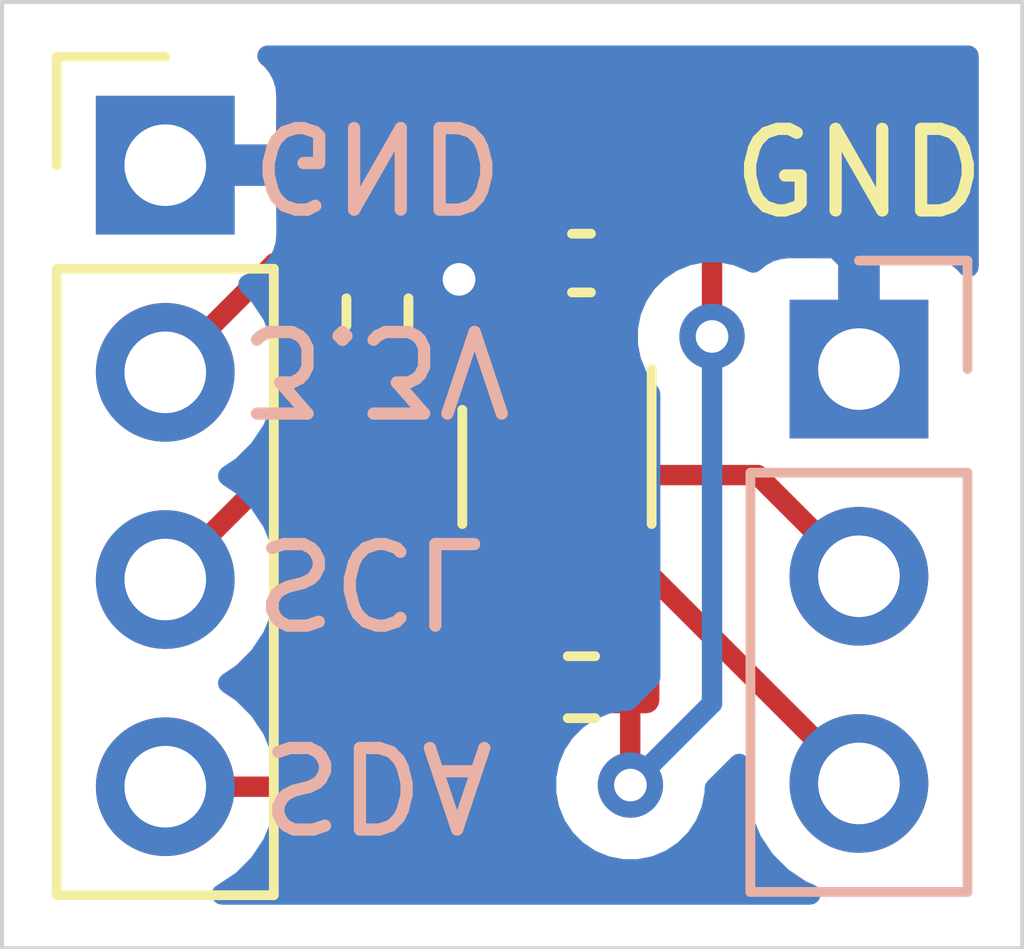
<source format=kicad_pcb>
(kicad_pcb (version 20171130) (host pcbnew 5.1.10-88a1d61d58~88~ubuntu20.04.1)

  (general
    (thickness 1.6)
    (drawings 9)
    (tracks 38)
    (zones 0)
    (modules 6)
    (nets 7)
  )

  (page A4)
  (layers
    (0 F.Cu signal)
    (31 B.Cu signal)
    (32 B.Adhes user)
    (33 F.Adhes user)
    (34 B.Paste user)
    (35 F.Paste user)
    (36 B.SilkS user)
    (37 F.SilkS user)
    (38 B.Mask user)
    (39 F.Mask user)
    (40 Dwgs.User user)
    (41 Cmts.User user)
    (42 Eco1.User user)
    (43 Eco2.User user)
    (44 Edge.Cuts user)
    (45 Margin user)
    (46 B.CrtYd user)
    (47 F.CrtYd user)
    (48 B.Fab user)
    (49 F.Fab user hide)
  )

  (setup
    (last_trace_width 0.25)
    (trace_clearance 0.2)
    (zone_clearance 0.508)
    (zone_45_only no)
    (trace_min 0.2)
    (via_size 0.8)
    (via_drill 0.4)
    (via_min_size 0.4)
    (via_min_drill 0.3)
    (uvia_size 0.3)
    (uvia_drill 0.1)
    (uvias_allowed no)
    (uvia_min_size 0.2)
    (uvia_min_drill 0.1)
    (edge_width 0.05)
    (segment_width 0.2)
    (pcb_text_width 0.3)
    (pcb_text_size 1.5 1.5)
    (mod_edge_width 0.12)
    (mod_text_size 1 1)
    (mod_text_width 0.15)
    (pad_size 1.524 1.524)
    (pad_drill 0.762)
    (pad_to_mask_clearance 0)
    (aux_axis_origin 0 0)
    (visible_elements FFFFFF7F)
    (pcbplotparams
      (layerselection 0x010fc_ffffffff)
      (usegerberextensions false)
      (usegerberattributes true)
      (usegerberadvancedattributes true)
      (creategerberjobfile true)
      (excludeedgelayer true)
      (linewidth 0.100000)
      (plotframeref false)
      (viasonmask false)
      (mode 1)
      (useauxorigin false)
      (hpglpennumber 1)
      (hpglpenspeed 20)
      (hpglpendiameter 15.000000)
      (psnegative false)
      (psa4output false)
      (plotreference true)
      (plotvalue true)
      (plotinvisibletext false)
      (padsonsilk false)
      (subtractmaskfromsilk false)
      (outputformat 1)
      (mirror false)
      (drillshape 1)
      (scaleselection 1)
      (outputdirectory ""))
  )

  (net 0 "")
  (net 1 +3V3)
  (net 2 GND)
  (net 3 "Net-(J1-Pad3)")
  (net 4 "Net-(J1-Pad4)")
  (net 5 "Net-(J2-Pad2)")
  (net 6 "Net-(J2-Pad3)")

  (net_class Default "This is the default net class."
    (clearance 0.2)
    (trace_width 0.25)
    (via_dia 0.8)
    (via_drill 0.4)
    (uvia_dia 0.3)
    (uvia_drill 0.1)
    (add_net +3V3)
    (add_net GND)
    (add_net "Net-(J1-Pad3)")
    (add_net "Net-(J1-Pad4)")
    (add_net "Net-(J2-Pad2)")
    (add_net "Net-(J2-Pad3)")
  )

  (module Capacitor_SMD:C_0402_1005Metric_Pad0.74x0.62mm_HandSolder (layer F.Cu) (tedit 5F6BB22C) (tstamp 609734FB)
    (at 150.5 133.2 180)
    (descr "Capacitor SMD 0402 (1005 Metric), square (rectangular) end terminal, IPC_7351 nominal with elongated pad for handsoldering. (Body size source: IPC-SM-782 page 76, https://www.pcb-3d.com/wordpress/wp-content/uploads/ipc-sm-782a_amendment_1_and_2.pdf), generated with kicad-footprint-generator")
    (tags "capacitor handsolder")
    (path /60CC6EC8)
    (attr smd)
    (fp_text reference C1 (at 0 -1.16) (layer F.SilkS) hide
      (effects (font (size 1 1) (thickness 0.15)))
    )
    (fp_text value 100nF (at 0 1.16) (layer F.Fab)
      (effects (font (size 1 1) (thickness 0.15)))
    )
    (fp_line (start 1.08 0.46) (end -1.08 0.46) (layer F.CrtYd) (width 0.05))
    (fp_line (start 1.08 -0.46) (end 1.08 0.46) (layer F.CrtYd) (width 0.05))
    (fp_line (start -1.08 -0.46) (end 1.08 -0.46) (layer F.CrtYd) (width 0.05))
    (fp_line (start -1.08 0.46) (end -1.08 -0.46) (layer F.CrtYd) (width 0.05))
    (fp_line (start -0.115835 0.36) (end 0.115835 0.36) (layer F.SilkS) (width 0.12))
    (fp_line (start -0.115835 -0.36) (end 0.115835 -0.36) (layer F.SilkS) (width 0.12))
    (fp_line (start 0.5 0.25) (end -0.5 0.25) (layer F.Fab) (width 0.1))
    (fp_line (start 0.5 -0.25) (end 0.5 0.25) (layer F.Fab) (width 0.1))
    (fp_line (start -0.5 -0.25) (end 0.5 -0.25) (layer F.Fab) (width 0.1))
    (fp_line (start -0.5 0.25) (end -0.5 -0.25) (layer F.Fab) (width 0.1))
    (fp_text user %R (at 0 0) (layer F.Fab)
      (effects (font (size 0.25 0.25) (thickness 0.04)))
    )
    (pad 1 smd roundrect (at -0.5675 0 180) (size 0.735 0.62) (layers F.Cu F.Paste F.Mask) (roundrect_rratio 0.25)
      (net 1 +3V3))
    (pad 2 smd roundrect (at 0.5675 0 180) (size 0.735 0.62) (layers F.Cu F.Paste F.Mask) (roundrect_rratio 0.25)
      (net 2 GND))
    (model ${KISYS3DMOD}/Capacitor_SMD.3dshapes/C_0402_1005Metric.wrl
      (at (xyz 0 0 0))
      (scale (xyz 1 1 1))
      (rotate (xyz 0 0 0))
    )
  )

  (module Connector_PinHeader_2.54mm:PinHeader_1x04_P2.54mm_Vertical (layer F.Cu) (tedit 59FED5CC) (tstamp 60973513)
    (at 145.4 132)
    (descr "Through hole straight pin header, 1x04, 2.54mm pitch, single row")
    (tags "Through hole pin header THT 1x04 2.54mm single row")
    (path /60CC14B3)
    (fp_text reference J1 (at 0 -2.33) (layer F.SilkS) hide
      (effects (font (size 1 1) (thickness 0.15)))
    )
    (fp_text value POTI_i2c (at 0 9.95) (layer F.Fab)
      (effects (font (size 1 1) (thickness 0.15)))
    )
    (fp_line (start 1.8 -1.8) (end -1.8 -1.8) (layer F.CrtYd) (width 0.05))
    (fp_line (start 1.8 9.4) (end 1.8 -1.8) (layer F.CrtYd) (width 0.05))
    (fp_line (start -1.8 9.4) (end 1.8 9.4) (layer F.CrtYd) (width 0.05))
    (fp_line (start -1.8 -1.8) (end -1.8 9.4) (layer F.CrtYd) (width 0.05))
    (fp_line (start -1.33 -1.33) (end 0 -1.33) (layer F.SilkS) (width 0.12))
    (fp_line (start -1.33 0) (end -1.33 -1.33) (layer F.SilkS) (width 0.12))
    (fp_line (start -1.33 1.27) (end 1.33 1.27) (layer F.SilkS) (width 0.12))
    (fp_line (start 1.33 1.27) (end 1.33 8.95) (layer F.SilkS) (width 0.12))
    (fp_line (start -1.33 1.27) (end -1.33 8.95) (layer F.SilkS) (width 0.12))
    (fp_line (start -1.33 8.95) (end 1.33 8.95) (layer F.SilkS) (width 0.12))
    (fp_line (start -1.27 -0.635) (end -0.635 -1.27) (layer F.Fab) (width 0.1))
    (fp_line (start -1.27 8.89) (end -1.27 -0.635) (layer F.Fab) (width 0.1))
    (fp_line (start 1.27 8.89) (end -1.27 8.89) (layer F.Fab) (width 0.1))
    (fp_line (start 1.27 -1.27) (end 1.27 8.89) (layer F.Fab) (width 0.1))
    (fp_line (start -0.635 -1.27) (end 1.27 -1.27) (layer F.Fab) (width 0.1))
    (fp_text user %R (at 0 3.81 90) (layer F.Fab)
      (effects (font (size 1 1) (thickness 0.15)))
    )
    (pad 1 thru_hole rect (at 0 0) (size 1.7 1.7) (drill 1) (layers *.Cu *.Mask)
      (net 2 GND))
    (pad 2 thru_hole oval (at 0 2.54) (size 1.7 1.7) (drill 1) (layers *.Cu *.Mask)
      (net 1 +3V3))
    (pad 3 thru_hole oval (at 0 5.08) (size 1.7 1.7) (drill 1) (layers *.Cu *.Mask)
      (net 3 "Net-(J1-Pad3)"))
    (pad 4 thru_hole oval (at 0 7.62) (size 1.7 1.7) (drill 1) (layers *.Cu *.Mask)
      (net 4 "Net-(J1-Pad4)"))
    (model ${KISYS3DMOD}/Connector_PinHeader_2.54mm.3dshapes/PinHeader_1x04_P2.54mm_Vertical.wrl
      (at (xyz 0 0 0))
      (scale (xyz 1 1 1))
      (rotate (xyz 0 0 0))
    )
  )

  (module Connector_PinHeader_2.54mm:PinHeader_1x03_P2.54mm_Vertical (layer B.Cu) (tedit 59FED5CC) (tstamp 6097352A)
    (at 153.9 134.5 180)
    (descr "Through hole straight pin header, 1x03, 2.54mm pitch, single row")
    (tags "Through hole pin header THT 1x03 2.54mm single row")
    (path /60CBC4B7)
    (fp_text reference J2 (at 0 2.33) (layer B.SilkS) hide
      (effects (font (size 1 1) (thickness 0.15)) (justify mirror))
    )
    (fp_text value POTI (at 0 -7.41) (layer B.Fab) hide
      (effects (font (size 1 1) (thickness 0.15)) (justify mirror))
    )
    (fp_line (start 1.8 1.8) (end -1.8 1.8) (layer B.CrtYd) (width 0.05))
    (fp_line (start 1.8 -6.85) (end 1.8 1.8) (layer B.CrtYd) (width 0.05))
    (fp_line (start -1.8 -6.85) (end 1.8 -6.85) (layer B.CrtYd) (width 0.05))
    (fp_line (start -1.8 1.8) (end -1.8 -6.85) (layer B.CrtYd) (width 0.05))
    (fp_line (start -1.33 1.33) (end 0 1.33) (layer B.SilkS) (width 0.12))
    (fp_line (start -1.33 0) (end -1.33 1.33) (layer B.SilkS) (width 0.12))
    (fp_line (start -1.33 -1.27) (end 1.33 -1.27) (layer B.SilkS) (width 0.12))
    (fp_line (start 1.33 -1.27) (end 1.33 -6.41) (layer B.SilkS) (width 0.12))
    (fp_line (start -1.33 -1.27) (end -1.33 -6.41) (layer B.SilkS) (width 0.12))
    (fp_line (start -1.33 -6.41) (end 1.33 -6.41) (layer B.SilkS) (width 0.12))
    (fp_line (start -1.27 0.635) (end -0.635 1.27) (layer B.Fab) (width 0.1))
    (fp_line (start -1.27 -6.35) (end -1.27 0.635) (layer B.Fab) (width 0.1))
    (fp_line (start 1.27 -6.35) (end -1.27 -6.35) (layer B.Fab) (width 0.1))
    (fp_line (start 1.27 1.27) (end 1.27 -6.35) (layer B.Fab) (width 0.1))
    (fp_line (start -0.635 1.27) (end 1.27 1.27) (layer B.Fab) (width 0.1))
    (fp_text user %R (at 0 -2.54 270) (layer B.Fab)
      (effects (font (size 1 1) (thickness 0.15)) (justify mirror))
    )
    (pad 1 thru_hole rect (at 0 0 180) (size 1.7 1.7) (drill 1) (layers *.Cu *.Mask)
      (net 2 GND))
    (pad 2 thru_hole oval (at 0 -2.54 180) (size 1.7 1.7) (drill 1) (layers *.Cu *.Mask)
      (net 5 "Net-(J2-Pad2)"))
    (pad 3 thru_hole oval (at 0 -5.08 180) (size 1.7 1.7) (drill 1) (layers *.Cu *.Mask)
      (net 6 "Net-(J2-Pad3)"))
    (model ${KISYS3DMOD}/Connector_PinHeader_2.54mm.3dshapes/PinHeader_1x03_P2.54mm_Vertical.wrl
      (at (xyz 0 0 0))
      (scale (xyz 1 1 1))
      (rotate (xyz 0 0 0))
    )
  )

  (module Resistor_SMD:R_0402_1005Metric_Pad0.72x0.64mm_HandSolder (layer F.Cu) (tedit 5F6BB9E0) (tstamp 6097353B)
    (at 150.5 138.4 180)
    (descr "Resistor SMD 0402 (1005 Metric), square (rectangular) end terminal, IPC_7351 nominal with elongated pad for handsoldering. (Body size source: IPC-SM-782 page 72, https://www.pcb-3d.com/wordpress/wp-content/uploads/ipc-sm-782a_amendment_1_and_2.pdf), generated with kicad-footprint-generator")
    (tags "resistor handsolder")
    (path /60CBFE7B)
    (attr smd)
    (fp_text reference R1 (at 0 -1.17) (layer F.SilkS) hide
      (effects (font (size 1 1) (thickness 0.15)))
    )
    (fp_text value 10k (at 0 1.17) (layer F.Fab)
      (effects (font (size 1 1) (thickness 0.15)))
    )
    (fp_text user %R (at 0 0) (layer F.Fab)
      (effects (font (size 0.26 0.26) (thickness 0.04)))
    )
    (fp_line (start -0.525 0.27) (end -0.525 -0.27) (layer F.Fab) (width 0.1))
    (fp_line (start -0.525 -0.27) (end 0.525 -0.27) (layer F.Fab) (width 0.1))
    (fp_line (start 0.525 -0.27) (end 0.525 0.27) (layer F.Fab) (width 0.1))
    (fp_line (start 0.525 0.27) (end -0.525 0.27) (layer F.Fab) (width 0.1))
    (fp_line (start -0.167621 -0.38) (end 0.167621 -0.38) (layer F.SilkS) (width 0.12))
    (fp_line (start -0.167621 0.38) (end 0.167621 0.38) (layer F.SilkS) (width 0.12))
    (fp_line (start -1.1 0.47) (end -1.1 -0.47) (layer F.CrtYd) (width 0.05))
    (fp_line (start -1.1 -0.47) (end 1.1 -0.47) (layer F.CrtYd) (width 0.05))
    (fp_line (start 1.1 -0.47) (end 1.1 0.47) (layer F.CrtYd) (width 0.05))
    (fp_line (start 1.1 0.47) (end -1.1 0.47) (layer F.CrtYd) (width 0.05))
    (pad 2 smd roundrect (at 0.5975 0 180) (size 0.715 0.64) (layers F.Cu F.Paste F.Mask) (roundrect_rratio 0.25)
      (net 4 "Net-(J1-Pad4)"))
    (pad 1 smd roundrect (at -0.5975 0 180) (size 0.715 0.64) (layers F.Cu F.Paste F.Mask) (roundrect_rratio 0.25)
      (net 1 +3V3))
    (model ${KISYS3DMOD}/Resistor_SMD.3dshapes/R_0402_1005Metric.wrl
      (at (xyz 0 0 0))
      (scale (xyz 1 1 1))
      (rotate (xyz 0 0 0))
    )
  )

  (module Resistor_SMD:R_0402_1005Metric_Pad0.72x0.64mm_HandSolder (layer F.Cu) (tedit 5F6BB9E0) (tstamp 6097354C)
    (at 148 133.8 270)
    (descr "Resistor SMD 0402 (1005 Metric), square (rectangular) end terminal, IPC_7351 nominal with elongated pad for handsoldering. (Body size source: IPC-SM-782 page 72, https://www.pcb-3d.com/wordpress/wp-content/uploads/ipc-sm-782a_amendment_1_and_2.pdf), generated with kicad-footprint-generator")
    (tags "resistor handsolder")
    (path /60CBF19C)
    (attr smd)
    (fp_text reference R2 (at 0 -1.17 90) (layer F.SilkS) hide
      (effects (font (size 1 1) (thickness 0.15)))
    )
    (fp_text value 10k (at 0 1.17 90) (layer F.Fab)
      (effects (font (size 1 1) (thickness 0.15)))
    )
    (fp_line (start 1.1 0.47) (end -1.1 0.47) (layer F.CrtYd) (width 0.05))
    (fp_line (start 1.1 -0.47) (end 1.1 0.47) (layer F.CrtYd) (width 0.05))
    (fp_line (start -1.1 -0.47) (end 1.1 -0.47) (layer F.CrtYd) (width 0.05))
    (fp_line (start -1.1 0.47) (end -1.1 -0.47) (layer F.CrtYd) (width 0.05))
    (fp_line (start -0.167621 0.38) (end 0.167621 0.38) (layer F.SilkS) (width 0.12))
    (fp_line (start -0.167621 -0.38) (end 0.167621 -0.38) (layer F.SilkS) (width 0.12))
    (fp_line (start 0.525 0.27) (end -0.525 0.27) (layer F.Fab) (width 0.1))
    (fp_line (start 0.525 -0.27) (end 0.525 0.27) (layer F.Fab) (width 0.1))
    (fp_line (start -0.525 -0.27) (end 0.525 -0.27) (layer F.Fab) (width 0.1))
    (fp_line (start -0.525 0.27) (end -0.525 -0.27) (layer F.Fab) (width 0.1))
    (fp_text user %R (at 0 0 90) (layer F.Fab)
      (effects (font (size 0.26 0.26) (thickness 0.04)))
    )
    (pad 1 smd roundrect (at -0.5975 0 270) (size 0.715 0.64) (layers F.Cu F.Paste F.Mask) (roundrect_rratio 0.25)
      (net 1 +3V3))
    (pad 2 smd roundrect (at 0.5975 0 270) (size 0.715 0.64) (layers F.Cu F.Paste F.Mask) (roundrect_rratio 0.25)
      (net 3 "Net-(J1-Pad3)"))
    (model ${KISYS3DMOD}/Resistor_SMD.3dshapes/R_0402_1005Metric.wrl
      (at (xyz 0 0 0))
      (scale (xyz 1 1 1))
      (rotate (xyz 0 0 0))
    )
  )

  (module Package_TO_SOT_SMD:SOT-363_SC-70-6 (layer F.Cu) (tedit 5A02FF57) (tstamp 60973562)
    (at 150.2 135.7 270)
    (descr "SOT-363, SC-70-6")
    (tags "SOT-363 SC-70-6")
    (path /60CBB940)
    (attr smd)
    (fp_text reference U1 (at 0 -2 90) (layer F.SilkS) hide
      (effects (font (size 1 1) (thickness 0.15)))
    )
    (fp_text value MCP4018-xxxxLT (at 0 2 270) (layer F.Fab)
      (effects (font (size 1 1) (thickness 0.15)))
    )
    (fp_line (start -0.175 -1.1) (end -0.675 -0.6) (layer F.Fab) (width 0.1))
    (fp_line (start 0.675 1.1) (end -0.675 1.1) (layer F.Fab) (width 0.1))
    (fp_line (start 0.675 -1.1) (end 0.675 1.1) (layer F.Fab) (width 0.1))
    (fp_line (start -1.6 1.4) (end 1.6 1.4) (layer F.CrtYd) (width 0.05))
    (fp_line (start -0.675 -0.6) (end -0.675 1.1) (layer F.Fab) (width 0.1))
    (fp_line (start 0.675 -1.1) (end -0.175 -1.1) (layer F.Fab) (width 0.1))
    (fp_line (start -1.6 -1.4) (end 1.6 -1.4) (layer F.CrtYd) (width 0.05))
    (fp_line (start -1.6 -1.4) (end -1.6 1.4) (layer F.CrtYd) (width 0.05))
    (fp_line (start 1.6 1.4) (end 1.6 -1.4) (layer F.CrtYd) (width 0.05))
    (fp_line (start -0.7 1.16) (end 0.7 1.16) (layer F.SilkS) (width 0.12))
    (fp_line (start 0.7 -1.16) (end -1.2 -1.16) (layer F.SilkS) (width 0.12))
    (fp_text user %R (at 0 0) (layer F.Fab)
      (effects (font (size 0.5 0.5) (thickness 0.075)))
    )
    (pad 1 smd rect (at -0.95 -0.65 270) (size 0.65 0.4) (layers F.Cu F.Paste F.Mask)
      (net 1 +3V3))
    (pad 3 smd rect (at -0.95 0.65 270) (size 0.65 0.4) (layers F.Cu F.Paste F.Mask)
      (net 3 "Net-(J1-Pad3)"))
    (pad 5 smd rect (at 0.95 0 270) (size 0.65 0.4) (layers F.Cu F.Paste F.Mask)
      (net 5 "Net-(J2-Pad2)"))
    (pad 2 smd rect (at -0.95 0 270) (size 0.65 0.4) (layers F.Cu F.Paste F.Mask)
      (net 2 GND))
    (pad 4 smd rect (at 0.95 0.65 270) (size 0.65 0.4) (layers F.Cu F.Paste F.Mask)
      (net 4 "Net-(J1-Pad4)"))
    (pad 6 smd rect (at 0.95 -0.65 270) (size 0.65 0.4) (layers F.Cu F.Paste F.Mask)
      (net 6 "Net-(J2-Pad3)"))
    (model ${KISYS3DMOD}/Package_TO_SOT_SMD.3dshapes/SOT-363_SC-70-6.wrl
      (at (xyz 0 0 0))
      (scale (xyz 1 1 1))
      (rotate (xyz 0 0 0))
    )
  )

  (gr_text GND (at 153.9 132.1) (layer F.SilkS) (tstamp 60973AD2)
    (effects (font (size 1 1) (thickness 0.15)))
  )
  (gr_text SDA (at 148 139.6 180) (layer B.SilkS) (tstamp 60973A21)
    (effects (font (size 1 1) (thickness 0.15)) (justify mirror))
  )
  (gr_text SCL (at 147.9 137.1 180) (layer B.SilkS) (tstamp 60973A21)
    (effects (font (size 1 1) (thickness 0.15)) (justify mirror))
  )
  (gr_text 3.3V (at 148 134.5 180) (layer B.SilkS) (tstamp 60973A21)
    (effects (font (size 1 1) (thickness 0.15)) (justify mirror))
  )
  (gr_text GND (at 148 132 180) (layer B.SilkS)
    (effects (font (size 1 1) (thickness 0.15)) (justify mirror))
  )
  (gr_line (start 143.4 141.6) (end 143.4 130) (layer Edge.Cuts) (width 0.05) (tstamp 60973959))
  (gr_line (start 155.9 141.6) (end 143.4 141.6) (layer Edge.Cuts) (width 0.05))
  (gr_line (start 155.9 130) (end 155.9 141.6) (layer Edge.Cuts) (width 0.05))
  (gr_line (start 143.4 130) (end 155.9 130) (layer Edge.Cuts) (width 0.05))

  (segment (start 146.7375 133.2025) (end 145.4 134.54) (width 0.25) (layer F.Cu) (net 1))
  (segment (start 148 133.2025) (end 146.7375 133.2025) (width 0.25) (layer F.Cu) (net 1))
  (segment (start 148 133.2025) (end 148 132.8) (width 0.25) (layer F.Cu) (net 1))
  (segment (start 148 132.8) (end 148.5 132.3) (width 0.25) (layer F.Cu) (net 1))
  (segment (start 148.5 132.3) (end 150.8 132.3) (width 0.25) (layer F.Cu) (net 1))
  (segment (start 151.0675 132.5675) (end 151.0675 133.2) (width 0.25) (layer F.Cu) (net 1))
  (segment (start 150.8 132.3) (end 151.0675 132.5675) (width 0.25) (layer F.Cu) (net 1))
  (segment (start 151.0675 134.5325) (end 150.85 134.75) (width 0.25) (layer F.Cu) (net 1))
  (segment (start 151.0675 133.2) (end 151.0675 134.5325) (width 0.25) (layer F.Cu) (net 1))
  (via (at 151.1 139.6) (size 0.8) (drill 0.4) (layers F.Cu B.Cu) (net 1))
  (segment (start 151.0975 139.5975) (end 151.1 139.6) (width 0.25) (layer F.Cu) (net 1))
  (segment (start 151.0975 138.4) (end 151.0975 139.5975) (width 0.25) (layer F.Cu) (net 1))
  (segment (start 152.1 138.6) (end 152.1 134.1) (width 0.25) (layer B.Cu) (net 1))
  (via (at 152.1 134.1) (size 0.8) (drill 0.4) (layers F.Cu B.Cu) (net 1))
  (segment (start 151.1 139.6) (end 152.1 138.6) (width 0.25) (layer B.Cu) (net 1))
  (segment (start 152.1 134.1) (end 152.1 132.4) (width 0.25) (layer F.Cu) (net 1))
  (segment (start 152 132.3) (end 150.8 132.3) (width 0.25) (layer F.Cu) (net 1))
  (segment (start 152.1 132.4) (end 152 132.3) (width 0.25) (layer F.Cu) (net 1))
  (segment (start 150.2 133.4675) (end 150.2 134.75) (width 0.25) (layer F.Cu) (net 2))
  (segment (start 149.9325 133.2) (end 150.2 133.4675) (width 0.25) (layer F.Cu) (net 2))
  (via (at 149 133.4) (size 0.8) (drill 0.4) (layers F.Cu B.Cu) (net 2))
  (segment (start 149.2 133.2) (end 149 133.4) (width 0.25) (layer F.Cu) (net 2))
  (segment (start 149.9325 133.2) (end 149.2 133.2) (width 0.25) (layer F.Cu) (net 2))
  (segment (start 149.1975 134.3975) (end 149.55 134.75) (width 0.25) (layer F.Cu) (net 3))
  (segment (start 148 134.3975) (end 149.1975 134.3975) (width 0.25) (layer F.Cu) (net 3))
  (segment (start 148 134.48) (end 145.4 137.08) (width 0.25) (layer F.Cu) (net 3))
  (segment (start 148 134.3975) (end 148 134.48) (width 0.25) (layer F.Cu) (net 3))
  (segment (start 148.6825 139.62) (end 149.9025 138.4) (width 0.25) (layer F.Cu) (net 4))
  (segment (start 145.4 139.62) (end 148.6825 139.62) (width 0.25) (layer F.Cu) (net 4))
  (segment (start 149.9025 138.4) (end 149.9025 138.1025) (width 0.25) (layer F.Cu) (net 4))
  (segment (start 149.55 137.75) (end 149.55 136.65) (width 0.25) (layer F.Cu) (net 4))
  (segment (start 149.9025 138.1025) (end 149.55 137.75) (width 0.25) (layer F.Cu) (net 4))
  (segment (start 150.2 136.075) (end 150.475 135.8) (width 0.25) (layer F.Cu) (net 5))
  (segment (start 150.2 136.65) (end 150.2 136.075) (width 0.25) (layer F.Cu) (net 5))
  (segment (start 152.66 135.8) (end 153.9 137.04) (width 0.25) (layer F.Cu) (net 5))
  (segment (start 150.475 135.8) (end 152.66 135.8) (width 0.25) (layer F.Cu) (net 5))
  (segment (start 150.97 136.65) (end 153.9 139.58) (width 0.25) (layer F.Cu) (net 6))
  (segment (start 150.85 136.65) (end 150.97 136.65) (width 0.25) (layer F.Cu) (net 6))

  (zone (net 2) (net_name GND) (layer F.Cu) (tstamp 0) (hatch edge 0.508)
    (connect_pads (clearance 0.508))
    (min_thickness 0.254)
    (fill yes (arc_segments 32) (thermal_gap 0.508) (thermal_bridge_width 0.508))
    (polygon
      (pts
        (xy 155.8 141.5) (xy 143.5 141.5) (xy 143.5 130.1) (xy 155.8 130.1)
      )
    )
    (filled_polygon
      (pts
        (xy 155.24 133.246112) (xy 155.201185 133.198815) (xy 155.104494 133.119463) (xy 154.99418 133.060498) (xy 154.874482 133.024188)
        (xy 154.75 133.011928) (xy 154.18575 133.015) (xy 154.027 133.17375) (xy 154.027 134.373) (xy 154.047 134.373)
        (xy 154.047 134.627) (xy 154.027 134.627) (xy 154.027 134.647) (xy 153.773 134.647) (xy 153.773 134.627)
        (xy 153.753 134.627) (xy 153.753 134.373) (xy 153.773 134.373) (xy 153.773 133.17375) (xy 153.61425 133.015)
        (xy 153.05 133.011928) (xy 152.925518 133.024188) (xy 152.86 133.044063) (xy 152.86 132.437322) (xy 152.863676 132.399999)
        (xy 152.86 132.362677) (xy 152.86 132.362667) (xy 152.849003 132.251014) (xy 152.805546 132.107753) (xy 152.734974 131.975724)
        (xy 152.640001 131.859999) (xy 152.610997 131.836196) (xy 152.563804 131.789003) (xy 152.540001 131.759999) (xy 152.424276 131.665026)
        (xy 152.292247 131.594454) (xy 152.148986 131.550997) (xy 152.037333 131.54) (xy 152.037322 131.54) (xy 152 131.536324)
        (xy 151.962678 131.54) (xy 150.837322 131.54) (xy 150.8 131.536324) (xy 150.762678 131.54) (xy 148.537325 131.54)
        (xy 148.5 131.536324) (xy 148.462675 131.54) (xy 148.462667 131.54) (xy 148.351014 131.550997) (xy 148.207753 131.594454)
        (xy 148.075724 131.665026) (xy 147.959999 131.759999) (xy 147.936196 131.789003) (xy 147.489002 132.236197) (xy 147.459999 132.259999)
        (xy 147.386072 132.35008) (xy 147.275678 132.440678) (xy 147.274183 132.4425) (xy 146.885853 132.4425) (xy 146.885 132.28575)
        (xy 146.72625 132.127) (xy 145.527 132.127) (xy 145.527 132.147) (xy 145.273 132.147) (xy 145.273 132.127)
        (xy 145.253 132.127) (xy 145.253 131.873) (xy 145.273 131.873) (xy 145.273 131.853) (xy 145.527 131.853)
        (xy 145.527 131.873) (xy 146.72625 131.873) (xy 146.885 131.71425) (xy 146.888072 131.15) (xy 146.875812 131.025518)
        (xy 146.839502 130.90582) (xy 146.780537 130.795506) (xy 146.701185 130.698815) (xy 146.653889 130.66) (xy 155.24 130.66)
      )
    )
    (filled_polygon
      (pts
        (xy 148.95177 133.46398) (xy 148.958072 133.4) (xy 148.958072 133.327002) (xy 149.088748 133.327002)
      )
    )
    (filled_polygon
      (pts
        (xy 150.0595 133.073) (xy 150.061928 133.073) (xy 150.061928 133.327) (xy 150.0595 133.327) (xy 150.0595 133.347)
        (xy 149.8055 133.347) (xy 149.8055 133.327) (xy 149.7855 133.327) (xy 149.7855 133.073) (xy 149.8055 133.073)
        (xy 149.8055 133.06) (xy 150.0595 133.06)
      )
    )
  )
  (zone (net 2) (net_name GND) (layer B.Cu) (tstamp 60973A11) (hatch edge 0.508)
    (connect_pads (clearance 0.508))
    (min_thickness 0.254)
    (fill yes (arc_segments 32) (thermal_gap 0.508) (thermal_bridge_width 0.508))
    (polygon
      (pts
        (xy 155.8 141.5) (xy 143.5 141.5) (xy 143.5 130.1) (xy 155.8 130.1)
      )
    )
    (filled_polygon
      (pts
        (xy 155.24 133.246112) (xy 155.201185 133.198815) (xy 155.104494 133.119463) (xy 154.99418 133.060498) (xy 154.874482 133.024188)
        (xy 154.75 133.011928) (xy 154.18575 133.015) (xy 154.027 133.17375) (xy 154.027 134.373) (xy 154.047 134.373)
        (xy 154.047 134.627) (xy 154.027 134.627) (xy 154.027 134.647) (xy 153.773 134.647) (xy 153.773 134.627)
        (xy 153.753 134.627) (xy 153.753 134.373) (xy 153.773 134.373) (xy 153.773 133.17375) (xy 153.61425 133.015)
        (xy 153.05 133.011928) (xy 152.925518 133.024188) (xy 152.80582 133.060498) (xy 152.695506 133.119463) (xy 152.605734 133.193137)
        (xy 152.590256 133.182795) (xy 152.401898 133.104774) (xy 152.201939 133.065) (xy 151.998061 133.065) (xy 151.798102 133.104774)
        (xy 151.609744 133.182795) (xy 151.440226 133.296063) (xy 151.296063 133.440226) (xy 151.182795 133.609744) (xy 151.104774 133.798102)
        (xy 151.065 133.998061) (xy 151.065 134.201939) (xy 151.104774 134.401898) (xy 151.182795 134.590256) (xy 151.296063 134.759774)
        (xy 151.340001 134.803712) (xy 151.34 138.285198) (xy 151.060199 138.565) (xy 150.998061 138.565) (xy 150.798102 138.604774)
        (xy 150.609744 138.682795) (xy 150.440226 138.796063) (xy 150.296063 138.940226) (xy 150.182795 139.109744) (xy 150.104774 139.298102)
        (xy 150.065 139.498061) (xy 150.065 139.701939) (xy 150.104774 139.901898) (xy 150.182795 140.090256) (xy 150.296063 140.259774)
        (xy 150.440226 140.403937) (xy 150.609744 140.517205) (xy 150.798102 140.595226) (xy 150.998061 140.635) (xy 151.201939 140.635)
        (xy 151.401898 140.595226) (xy 151.590256 140.517205) (xy 151.759774 140.403937) (xy 151.903937 140.259774) (xy 152.017205 140.090256)
        (xy 152.095226 139.901898) (xy 152.135 139.701939) (xy 152.135 139.639801) (xy 152.433359 139.341443) (xy 152.415 139.43374)
        (xy 152.415 139.72626) (xy 152.472068 140.013158) (xy 152.58401 140.283411) (xy 152.746525 140.526632) (xy 152.953368 140.733475)
        (xy 153.196589 140.89599) (xy 153.302839 140.94) (xy 146.09373 140.94) (xy 146.103411 140.93599) (xy 146.346632 140.773475)
        (xy 146.553475 140.566632) (xy 146.71599 140.323411) (xy 146.827932 140.053158) (xy 146.885 139.76626) (xy 146.885 139.47374)
        (xy 146.827932 139.186842) (xy 146.71599 138.916589) (xy 146.553475 138.673368) (xy 146.346632 138.466525) (xy 146.17224 138.35)
        (xy 146.346632 138.233475) (xy 146.553475 138.026632) (xy 146.71599 137.783411) (xy 146.827932 137.513158) (xy 146.885 137.22626)
        (xy 146.885 136.93374) (xy 146.827932 136.646842) (xy 146.71599 136.376589) (xy 146.553475 136.133368) (xy 146.346632 135.926525)
        (xy 146.17224 135.81) (xy 146.346632 135.693475) (xy 146.553475 135.486632) (xy 146.71599 135.243411) (xy 146.827932 134.973158)
        (xy 146.885 134.68626) (xy 146.885 134.39374) (xy 146.827932 134.106842) (xy 146.71599 133.836589) (xy 146.553475 133.593368)
        (xy 146.42162 133.461513) (xy 146.49418 133.439502) (xy 146.604494 133.380537) (xy 146.701185 133.301185) (xy 146.780537 133.204494)
        (xy 146.839502 133.09418) (xy 146.875812 132.974482) (xy 146.888072 132.85) (xy 146.885 132.28575) (xy 146.72625 132.127)
        (xy 145.527 132.127) (xy 145.527 132.147) (xy 145.273 132.147) (xy 145.273 132.127) (xy 145.253 132.127)
        (xy 145.253 131.873) (xy 145.273 131.873) (xy 145.273 131.853) (xy 145.527 131.853) (xy 145.527 131.873)
        (xy 146.72625 131.873) (xy 146.885 131.71425) (xy 146.888072 131.15) (xy 146.875812 131.025518) (xy 146.839502 130.90582)
        (xy 146.780537 130.795506) (xy 146.701185 130.698815) (xy 146.653889 130.66) (xy 155.24 130.66)
      )
    )
  )
)

</source>
